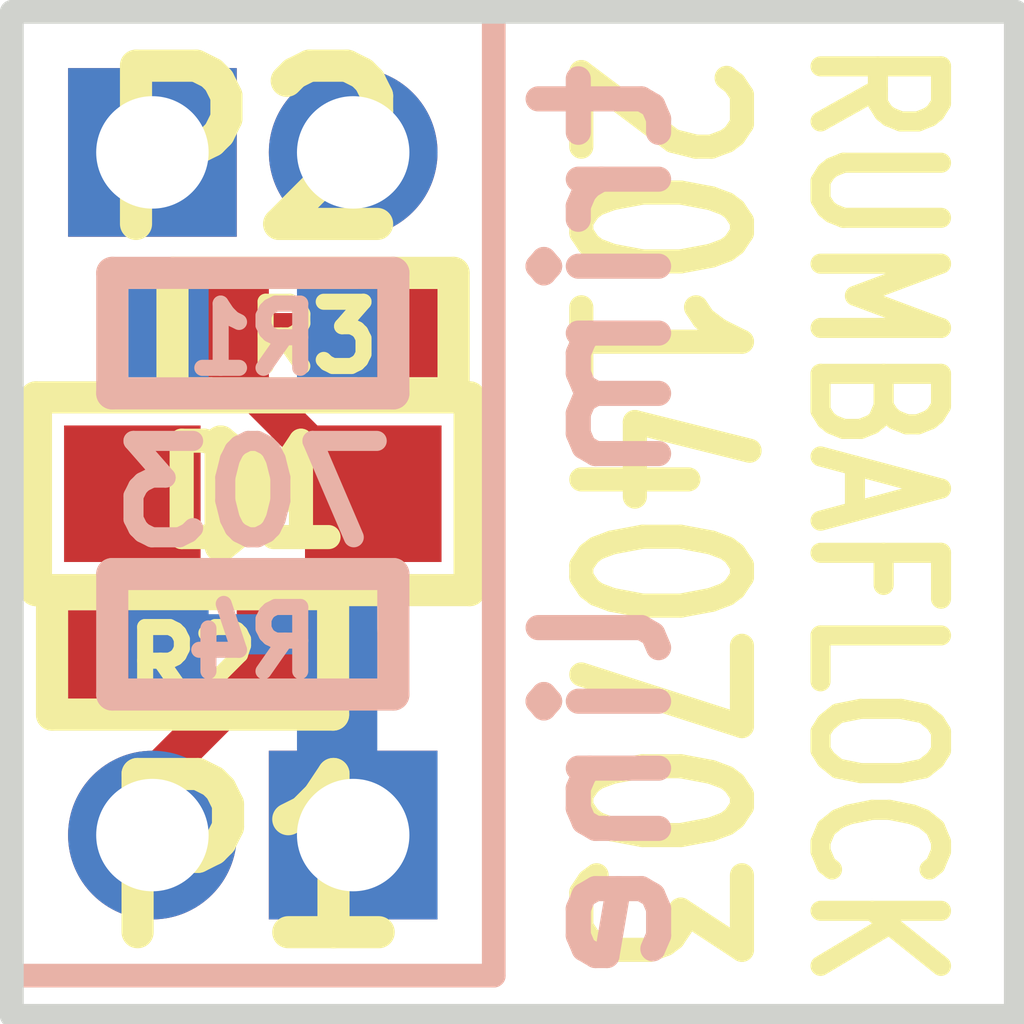
<source format=kicad_pcb>

(kicad_pcb
  (version 3)
  (host pcbnew "(2012-nov-02)-stable")
  (general
    (links 9)
    (no_connects 0)
    (area 77.083356 49.835999 88.255929 56.336001)
    (thickness 1.6)
    (drawings 10)
    (tracks 21)
    (zones 0)
    (modules 7)
    (nets 6))
  (page A3)
  (layers
    (15 F.Cu signal)
    (0 B.Cu signal)
    (16 B.Adhes user)
    (17 F.Adhes user)
    (18 B.Paste user)
    (19 F.Paste user)
    (20 B.SilkS user)
    (21 F.SilkS user)
    (22 B.Mask user)
    (23 F.Mask user)
    (24 Dwgs.User user)
    (25 Cmts.User user)
    (26 Eco1.User user)
    (27 Eco2.User user)
    (28 Edge.Cuts user))
  (setup
    (last_trace_width 0.508)
    (user_trace_width 0.254)
    (trace_clearance 0.2032)
    (zone_clearance 0.2032)
    (zone_45_only no)
    (trace_min 0.254)
    (segment_width 0.15)
    (edge_width 0.15)
    (via_size 0.889)
    (via_drill 0.635)
    (via_min_size 0.889)
    (via_min_drill 0.508)
    (uvia_size 0.508)
    (uvia_drill 0.127)
    (uvias_allowed no)
    (uvia_min_size 0.508)
    (uvia_min_drill 0.127)
    (pcb_text_width 0.3)
    (pcb_text_size 1 1)
    (mod_edge_width 0.15)
    (mod_text_size 1 1)
    (mod_text_width 0.15)
    (pad_size 1.0668 1.0668)
    (pad_drill 0.7112)
    (pad_to_mask_clearance 0.0762)
    (aux_axis_origin 0 0)
    (visible_elements FFFFBFBF)
    (pcbplotparams
      (layerselection 284196865)
      (usegerberextensions true)
      (excludeedgelayer true)
      (linewidth 152400)
      (plotframeref false)
      (viasonmask false)
      (mode 1)
      (useauxorigin false)
      (hpglpennumber 1)
      (hpglpenspeed 20)
      (hpglpendiameter 15)
      (hpglpenoverlay 2)
      (psnegative false)
      (psa4output false)
      (plotreference false)
      (plotvalue false)
      (plotothertext true)
      (plotinvisibletext false)
      (padsonsilk false)
      (subtractmaskfromsilk false)
      (outputformat 1)
      (mirror false)
      (drillshape 0)
      (scaleselection 1)
      (outputdirectory gerbers)))
  (net 0 "")
  (net 1 GND)
  (net 2 N-000002)
  (net 3 N-000003)
  (net 4 N-000004)
  (net 5 N-000005)
  (net_class Default "This is the default net class."
    (clearance 0.2032)
    (trace_width 0.508)
    (via_dia 0.889)
    (via_drill 0.635)
    (uvia_dia 0.508)
    (uvia_drill 0.127)
    (add_net "")
    (add_net GND)
    (add_net N-000002)
    (add_net N-000003)
    (add_net N-000004)
    (add_net N-000005))
  (module GSG-0402
    (layer F.Cu)
    (tedit 53B5BDB1)
    (tstamp 53B0360A)
    (at 80.899 53.975 180)
    (path /53703213)
    (solder_mask_margin 0.1016)
    (fp_text reference R2
      (at 0 -0.0508 180)
      (layer F.SilkS)
      (effects
        (font
          (size 0.4064 0.4064)
          (thickness 0.1016))))
    (fp_text value 10k
      (at 0 0.0508 180)
      (layer F.SilkS) hide
      (effects
        (font
          (size 0.4064 0.4064)
          (thickness 0.1016))))
    (fp_line
      (start 0.889 -0.381)
      (end 0.889 0.381)
      (layer F.SilkS)
      (width 0.2032))
    (fp_line
      (start 0.889 0.381)
      (end -0.889 0.381)
      (layer F.SilkS)
      (width 0.2032))
    (fp_line
      (start -0.889 0.381)
      (end -0.889 -0.381)
      (layer F.SilkS)
      (width 0.2032))
    (fp_line
      (start -0.889 -0.381)
      (end 0.889 -0.381)
      (layer F.SilkS)
      (width 0.2032))
    (pad 2 smd rect
      (at 0.5334 0 180)
      (size 0.508 0.5588)
      (layers F.Cu F.Paste F.Mask)
      (solder_mask_margin 0.1016))
    (pad 1 smd rect
      (at -0.5334 0 180)
      (size 0.508 0.5588)
      (layers F.Cu F.Paste F.Mask)
      (net 3 N-000003)
      (die_length -2147.483648)
      (solder_mask_margin 0.1016)))
  (module GSG-0402
    (layer B.Cu)
    (tedit 53B3B4DC)
    (tstamp 53B03614)
    (at 81.28 51.943)
    (path /5370DAFA)
    (solder_mask_margin 0.1016)
    (fp_text reference R1
      (at 0 0.037)
      (layer B.SilkS)
      (effects
        (font
          (size 0.4064 0.4064)
          (thickness 0.1016))
        (justify mirror)))
    (fp_text value DNP
      (at 0 -0.0508)
      (layer B.SilkS) hide
      (effects
        (font
          (size 0.4064 0.4064)
          (thickness 0.1016))
        (justify mirror)))
    (fp_line
      (start 0.889 0.381)
      (end 0.889 -0.381)
      (layer B.SilkS)
      (width 0.2032))
    (fp_line
      (start 0.889 -0.381)
      (end -0.889 -0.381)
      (layer B.SilkS)
      (width 0.2032))
    (fp_line
      (start -0.889 -0.381)
      (end -0.889 0.381)
      (layer B.SilkS)
      (width 0.2032))
    (fp_line
      (start -0.889 0.381)
      (end 0.889 0.381)
      (layer B.SilkS)
      (width 0.2032))
    (pad 2 smd rect
      (at 0.5334 0)
      (size 0.508 0.5588)
      (layers B.Cu B.Paste B.Mask)
      (solder_mask_margin 0.1016))
    (pad 1 smd rect
      (at -0.5334 0)
      (size 0.508 0.5588)
      (layers B.Cu B.Paste B.Mask)
      (die_length -2147.483648)
      (solder_mask_margin 0.1016)))
  (module GSG-50MIL-HEADER-1x2-TH
    (layer F.Cu)
    (tedit 53B03A6B)
    (tstamp 53B035FA)
    (at 81.28 50.8)
    (path /53B03152)
    (fp_text reference P2
      (at 0 0)
      (layer F.SilkS)
      (effects
        (font
          (size 1.00076 1.00076)
          (thickness 0.2032))))
    (fp_text value ANTENNA
      (at 0 0)
      (layer F.SilkS) hide
      (effects
        (font
          (size 1.00076 1.00076)
          (thickness 0.2032))))
    (pad 1 thru_hole rect
      (at -0.635 0)
      (size 1.0668 1.0668)
      (drill 0.7112)
      (layers *.Cu *.Mask))
    (pad 2 thru_hole circle
      (at 0.635 0)
      (size 1.0668 1.0668)
      (drill 0.7112)
      (layers *.Cu *.Mask)))
  (module GSG-50MIL-HEADER-1x2-TH
    (layer F.Cu)
    (tedit 53B3B4C7)
    (tstamp 53B03600)
    (at 81.28 55.118 180)
    (path /53B03194)
    (fp_text reference P1
      (at -0.01 -0.162 180)
      (layer F.SilkS)
      (effects
        (font
          (size 1.00076 1.00076)
          (thickness 0.2032))))
    (fp_text value INPUT
      (at 0 0 180)
      (layer F.SilkS) hide
      (effects
        (font
          (size 1.00076 1.00076)
          (thickness 0.2032))))
    (pad 1 thru_hole rect
      (at -0.635 0 180)
      (size 1.0668 1.0668)
      (drill 0.7112)
      (layers *.Cu *.Mask)
      (net 2 N-000002))
    (pad 2 thru_hole circle
      (at 0.635 0 180)
      (size 1.0668 1.0668)
      (drill 0.7112)
      (layers *.Cu *.Mask)
      (net 3 N-000003)))
  (module GSG-0402-SHORT-10MIL
    (layer B.Cu)
    (tedit 53B5BD8D)
    (tstamp 53B03628)
    (at 81.28 53.848)
    (path /53B032AD)
    (solder_mask_margin 0.1016)
    (fp_text reference R4
      (at 0 0.0508)
      (layer B.SilkS)
      (effects
        (font
          (size 0.4064 0.4064)
          (thickness 0.1016))
        (justify mirror)))
    (fp_text value 0
      (at 0 -0.0508)
      (layer B.SilkS) hide
      (effects
        (font
          (size 0.4064 0.4064)
          (thickness 0.1016))
        (justify mirror)))
    (fp_line
      (start 0.889 0.381)
      (end 0.889 -0.381)
      (layer B.SilkS)
      (width 0.2032))
    (fp_line
      (start 0.889 -0.381)
      (end -0.889 -0.381)
      (layer B.SilkS)
      (width 0.2032))
    (fp_line
      (start -0.889 -0.381)
      (end -0.889 0.381)
      (layer B.SilkS)
      (width 0.2032))
    (fp_line
      (start -0.889 0.381)
      (end 0.889 0.381)
      (layer B.SilkS)
      (width 0.2032))
    (pad 2 smd rect
      (at 0.5334 0)
      (size 0.508 0.5588)
      (layers B.Cu B.Mask)
      (net 2 N-000002)
      (solder_mask_margin 0.1016))
    (pad 1 smd rect
      (at -0.5334 0)
      (size 0.508 0.5588)
      (layers B.Cu B.Mask)
      (die_length -2147.483648)
      (solder_mask_margin 0.1016))
    (pad "" smd rect
      (at 0 0)
      (size 0.762 0.254)
      (layers B.Cu B.Mask)))
  (module GSG-0402-SHORT-10MIL
    (layer F.Cu)
    (tedit 53B5BD9F)
    (tstamp 53B0361E)
    (at 81.661 51.943 180)
    (path /5370DB07)
    (solder_mask_margin 0.1016)
    (fp_text reference R3
      (at 0 -0.0254 180)
      (layer F.SilkS)
      (effects
        (font
          (size 0.4064 0.4064)
          (thickness 0.1016))))
    (fp_text value 0
      (at 0 0.0508 180)
      (layer F.SilkS) hide
      (effects
        (font
          (size 0.4064 0.4064)
          (thickness 0.1016))))
    (fp_line
      (start 0.889 -0.381)
      (end 0.889 0.381)
      (layer F.SilkS)
      (width 0.2032))
    (fp_line
      (start 0.889 0.381)
      (end -0.889 0.381)
      (layer F.SilkS)
      (width 0.2032))
    (fp_line
      (start -0.889 0.381)
      (end -0.889 -0.381)
      (layer F.SilkS)
      (width 0.2032))
    (fp_line
      (start -0.889 -0.381)
      (end 0.889 -0.381)
      (layer F.SilkS)
      (width 0.2032))
    (pad 2 smd rect
      (at 0.5334 0 180)
      (size 0.508 0.5588)
      (layers F.Cu F.Mask)
      (net 4 N-000004)
      (solder_mask_margin 0.1016))
    (pad 1 smd rect
      (at -0.5334 0 180)
      (size 0.508 0.5588)
      (layers F.Cu F.Mask)
      (die_length -2147.483648)
      (solder_mask_margin 0.1016))
    (pad "" smd rect
      (at 0 0 180)
      (size 0.762 0.254)
      (layers F.Cu F.Mask)))
  (module GSG-0603D
    (layer F.Cu)
    (tedit 53B5C04E)
    (tstamp 53B5B9FB)
    (at 81.28 52.959)
    (path /53B5932D)
    (solder_mask_margin 0.1016)
    (fp_text reference D1
      (at 0 0)
      (layer F.SilkS)
      (effects
        (font
          (size 0.6096 0.6096)
          (thickness 0.1524))))
    (fp_text value PIN
      (at 0 0)
      (layer F.SilkS) hide
      (effects
        (font
          (size 0.6096 0.6096)
          (thickness 0.1524))))
    (fp_line
      (start -0.0508 0.0762)
      (end -0.0508 -0.0762)
      (layer F.SilkS)
      (width 0.2032))
    (fp_line
      (start 0.2032 0)
      (end -0.2032 -0.3302)
      (layer F.SilkS)
      (width 0.2032))
    (fp_line
      (start -0.2032 -0.3302)
      (end -0.2032 0.3302)
      (layer F.SilkS)
      (width 0.2032))
    (fp_line
      (start -0.2032 0.3302)
      (end 0.2032 0)
      (layer F.SilkS)
      (width 0.2032))
    (fp_line
      (start 1.3716 -0.6096)
      (end -1.3716 -0.6096)
      (layer F.SilkS)
      (width 0.2032))
    (fp_line
      (start -1.3716 -0.6096)
      (end -1.3716 0.6096)
      (layer F.SilkS)
      (width 0.2032))
    (fp_line
      (start -1.3716 0.6096)
      (end 1.3716 0.6096)
      (layer F.SilkS)
      (width 0.2032))
    (fp_line
      (start 1.3716 0.6096)
      (end 1.3716 -0.6096)
      (layer F.SilkS)
      (width 0.2032))
    (pad 2 smd rect
      (at 0.762 0)
      (size 0.8636 0.8636)
      (layers F.Cu F.Paste F.Mask)
      (net 4 N-000004)
      (die_length 0.04572)
      (solder_mask_margin 0.1016)
      (clearance 0.1778))
    (pad 1 smd rect
      (at -0.762 0)
      (size 0.8636 0.8636)
      (layers F.Cu F.Paste F.Mask)
      (die_length 0.08382)
      (solder_mask_margin 0.1016)
      (clearance 0.1778)))
  (gr_text 20140703
    (at 83.82 53.086 270)
    (layer F.SilkS)
    (effects
      (font
        (size 1.016 0.762)
        (thickness 0.1524))))
  (gr_text "trim line"
    (at 83.5025 53.1495 90)
    (layer B.SilkS)
    (effects
      (font
        (size 0.762 0.889)
        (thickness 0.15875))
      (justify mirror)))
  (gr_text RUMBAFLOCK
    (at 85.217 53.086 270)
    (layer F.SilkS)
    (effects
      (font
        (size 0.762 0.6096)
        (thickness 0.127))))
  (gr_text 703
    (at 81.28 52.959)
    (layer B.SilkS)
    (effects
      (font
        (size 0.6096 0.6096)
        (thickness 0.127))
      (justify mirror)))
  (gr_line
    (start 86.106 56.261)
    (end 79.756 56.261)
    (angle 90)
    (layer Edge.Cuts)
    (width 0.15))
  (gr_line
    (start 86.106 49.911)
    (end 86.106 56.261)
    (angle 90)
    (layer Edge.Cuts)
    (width 0.15))
  (gr_line
    (start 79.756 49.911)
    (end 79.756 56.261)
    (angle 90)
    (layer Edge.Cuts)
    (width 0.15)
    (tstamp 53B56F1E))
  (gr_line
    (start 86.106 49.911)
    (end 79.756 49.911)
    (angle 90)
    (layer Edge.Cuts)
    (width 0.15))
  (gr_line
    (start 82.804 56.007)
    (end 82.804 49.911)
    (angle 90)
    (layer B.SilkS)
    (width 0.15))
  (gr_line
    (start 79.756 56.007)
    (end 82.804 56.007)
    (angle 90)
    (layer B.SilkS)
    (width 0.15))
  (segment
    (start 81.8134 55.0164)
    (end 81.915 55.118)
    (width 0.508)
    (layer B.Cu)
    (net 2))
  (segment
    (start 81.8134 53.848)
    (end 81.8134 55.0164)
    (width 0.508)
    (layer B.Cu)
    (net 2))
  (segment
    (start 81.4324 53.975)
    (end 80.645 54.7624)
    (width 0.254)
    (layer F.Cu)
    (net 3))
  (segment
    (start 80.645 54.7624)
    (end 80.645 55.118)
    (width 0.254)
    (layer F.Cu)
    (net 3))
  (segment
    (start 81.1276 51.943)
    (end 81.1276 52.1462)
    (width 0.254)
    (layer F.Cu)
    (net 4))
  (segment
    (start 81.9404 52.959)
    (end 82.042 52.959)
    (width 0.254)
    (layer F.Cu)
    (net 4))
  (segment
    (start 81.1276 52.1462)
    (end 81.9404 52.959)
    (width 0.254)
    (layer F.Cu)
    (net 4)))
</source>
